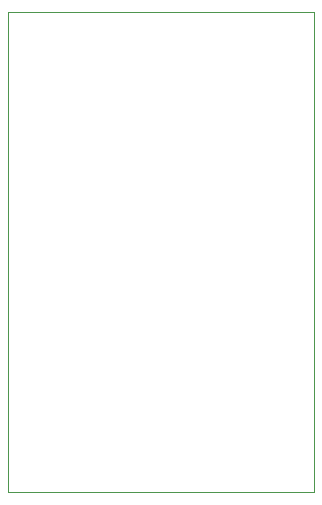
<source format=gbr>
%TF.GenerationSoftware,KiCad,Pcbnew,(7.0.0)*%
%TF.CreationDate,2023-09-17T18:35:59+02:00*%
%TF.ProjectId,lisn-mate,6c69736e-2d6d-4617-9465-2e6b69636164,rev?*%
%TF.SameCoordinates,PX5c887a0PY7eee240*%
%TF.FileFunction,Profile,NP*%
%FSLAX46Y46*%
G04 Gerber Fmt 4.6, Leading zero omitted, Abs format (unit mm)*
G04 Created by KiCad (PCBNEW (7.0.0)) date 2023-09-17 18:35:59*
%MOMM*%
%LPD*%
G01*
G04 APERTURE LIST*
%TA.AperFunction,Profile*%
%ADD10C,0.100000*%
%TD*%
G04 APERTURE END LIST*
D10*
X0Y0D02*
X0Y40640000D01*
X0Y40640000D02*
X25908000Y40640000D01*
X25908000Y40640000D02*
X25908000Y0D01*
X25908000Y0D02*
X0Y0D01*
M02*

</source>
